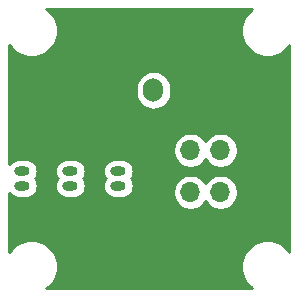
<source format=gbr>
%TF.GenerationSoftware,KiCad,Pcbnew,(5.1.9)-1*%
%TF.CreationDate,2021-10-08T16:07:11+01:00*%
%TF.ProjectId,5-servos-jst,352d7365-7276-46f7-932d-6a73742e6b69,rev?*%
%TF.SameCoordinates,Original*%
%TF.FileFunction,Copper,L2,Bot*%
%TF.FilePolarity,Positive*%
%FSLAX46Y46*%
G04 Gerber Fmt 4.6, Leading zero omitted, Abs format (unit mm)*
G04 Created by KiCad (PCBNEW (5.1.9)-1) date 2021-10-08 16:07:11*
%MOMM*%
%LPD*%
G01*
G04 APERTURE LIST*
%TA.AperFunction,ComponentPad*%
%ADD10O,1.300000X0.800000*%
%TD*%
%TA.AperFunction,ComponentPad*%
%ADD11O,1.700000X1.700000*%
%TD*%
%TA.AperFunction,ComponentPad*%
%ADD12R,1.700000X1.700000*%
%TD*%
%TA.AperFunction,ComponentPad*%
%ADD13O,1.700000X2.000000*%
%TD*%
%TA.AperFunction,ViaPad*%
%ADD14C,0.800000*%
%TD*%
%TA.AperFunction,Conductor*%
%ADD15C,0.254000*%
%TD*%
%TA.AperFunction,Conductor*%
%ADD16C,0.100000*%
%TD*%
G04 APERTURE END LIST*
D10*
%TO.P,J10,3*%
%TO.N,Net-(J1-Pad1)*%
X159258000Y-155154000D03*
%TO.P,J10,2*%
%TO.N,+BATT*%
X159258000Y-153904000D03*
%TO.P,J10,1*%
%TO.N,GND*%
%TA.AperFunction,ComponentPad*%
G36*
G01*
X158808000Y-152254000D02*
X159708000Y-152254000D01*
G75*
G02*
X159908000Y-152454000I0J-200000D01*
G01*
X159908000Y-152854000D01*
G75*
G02*
X159708000Y-153054000I-200000J0D01*
G01*
X158808000Y-153054000D01*
G75*
G02*
X158608000Y-152854000I0J200000D01*
G01*
X158608000Y-152454000D01*
G75*
G02*
X158808000Y-152254000I200000J0D01*
G01*
G37*
%TD.AperFunction*%
%TD*%
%TO.P,J5,3*%
%TO.N,Net-(J1-Pad3)*%
X163322000Y-155154000D03*
%TO.P,J5,2*%
%TO.N,+BATT*%
X163322000Y-153904000D03*
%TO.P,J5,1*%
%TO.N,GND*%
%TA.AperFunction,ComponentPad*%
G36*
G01*
X162872000Y-152254000D02*
X163772000Y-152254000D01*
G75*
G02*
X163972000Y-152454000I0J-200000D01*
G01*
X163972000Y-152854000D01*
G75*
G02*
X163772000Y-153054000I-200000J0D01*
G01*
X162872000Y-153054000D01*
G75*
G02*
X162672000Y-152854000I0J200000D01*
G01*
X162672000Y-152454000D01*
G75*
G02*
X162872000Y-152254000I200000J0D01*
G01*
G37*
%TD.AperFunction*%
%TD*%
D11*
%TO.P,J3,3*%
%TO.N,Net-(J1-Pad5)*%
X173482000Y-152146000D03*
%TO.P,J3,2*%
%TO.N,+BATT*%
X176022000Y-152146000D03*
D12*
%TO.P,J3,1*%
%TO.N,GND*%
X178562000Y-152146000D03*
%TD*%
D11*
%TO.P,J2,3*%
%TO.N,Net-(J1-Pad6)*%
X173482000Y-155702000D03*
%TO.P,J2,2*%
%TO.N,+BATT*%
X176022000Y-155702000D03*
D12*
%TO.P,J2,1*%
%TO.N,GND*%
X178562000Y-155702000D03*
%TD*%
D10*
%TO.P,J4,3*%
%TO.N,Net-(J1-Pad4)*%
X167386000Y-155154000D03*
%TO.P,J4,2*%
%TO.N,+BATT*%
X167386000Y-153904000D03*
%TO.P,J4,1*%
%TO.N,GND*%
%TA.AperFunction,ComponentPad*%
G36*
G01*
X166936000Y-152254000D02*
X167836000Y-152254000D01*
G75*
G02*
X168036000Y-152454000I0J-200000D01*
G01*
X168036000Y-152854000D01*
G75*
G02*
X167836000Y-153054000I-200000J0D01*
G01*
X166936000Y-153054000D01*
G75*
G02*
X166736000Y-152854000I0J200000D01*
G01*
X166736000Y-152454000D01*
G75*
G02*
X166936000Y-152254000I200000J0D01*
G01*
G37*
%TD.AperFunction*%
%TD*%
D13*
%TO.P,J6,2*%
%TO.N,+BATT*%
X170347000Y-147066000D03*
%TO.P,J6,1*%
%TO.N,GND*%
%TA.AperFunction,ComponentPad*%
G36*
G01*
X173697000Y-146316000D02*
X173697000Y-147816000D01*
G75*
G02*
X173447000Y-148066000I-250000J0D01*
G01*
X172247000Y-148066000D01*
G75*
G02*
X171997000Y-147816000I0J250000D01*
G01*
X171997000Y-146316000D01*
G75*
G02*
X172247000Y-146066000I250000J0D01*
G01*
X173447000Y-146066000D01*
G75*
G02*
X173697000Y-146316000I0J-250000D01*
G01*
G37*
%TD.AperFunction*%
%TD*%
D14*
%TO.N,GND*%
X177038000Y-158877000D03*
%TD*%
D15*
%TO.N,GND*%
X178575271Y-140263962D02*
X178263962Y-140575271D01*
X178019369Y-140941331D01*
X177850890Y-141348075D01*
X177765000Y-141779872D01*
X177765000Y-142220128D01*
X177850890Y-142651925D01*
X178019369Y-143058669D01*
X178263962Y-143424729D01*
X178575271Y-143736038D01*
X178941331Y-143980631D01*
X179348075Y-144149110D01*
X179779872Y-144235000D01*
X180220128Y-144235000D01*
X180651925Y-144149110D01*
X181058669Y-143980631D01*
X181424729Y-143736038D01*
X181736038Y-143424729D01*
X181840000Y-143269138D01*
X181840001Y-160730863D01*
X181736038Y-160575271D01*
X181424729Y-160263962D01*
X181058669Y-160019369D01*
X180651925Y-159850890D01*
X180220128Y-159765000D01*
X179779872Y-159765000D01*
X179348075Y-159850890D01*
X178941331Y-160019369D01*
X178575271Y-160263962D01*
X178263962Y-160575271D01*
X178019369Y-160941331D01*
X177850890Y-161348075D01*
X177765000Y-161779872D01*
X177765000Y-162220128D01*
X177850890Y-162651925D01*
X178019369Y-163058669D01*
X178263962Y-163424729D01*
X178575271Y-163736038D01*
X178730861Y-163840000D01*
X161269139Y-163840000D01*
X161424729Y-163736038D01*
X161736038Y-163424729D01*
X161980631Y-163058669D01*
X162149110Y-162651925D01*
X162235000Y-162220128D01*
X162235000Y-161779872D01*
X162149110Y-161348075D01*
X161980631Y-160941331D01*
X161736038Y-160575271D01*
X161424729Y-160263962D01*
X161058669Y-160019369D01*
X160651925Y-159850890D01*
X160220128Y-159765000D01*
X159779872Y-159765000D01*
X159348075Y-159850890D01*
X158941331Y-160019369D01*
X158575271Y-160263962D01*
X158263962Y-160575271D01*
X158160000Y-160730861D01*
X158160000Y-155752187D01*
X158272604Y-155889396D01*
X158430203Y-156018734D01*
X158610007Y-156114841D01*
X158805105Y-156174024D01*
X158957162Y-156189000D01*
X159558838Y-156189000D01*
X159710895Y-156174024D01*
X159905993Y-156114841D01*
X160085797Y-156018734D01*
X160243396Y-155889396D01*
X160372734Y-155731797D01*
X160468841Y-155551993D01*
X160528024Y-155356895D01*
X160548007Y-155154000D01*
X160528024Y-154951105D01*
X160468841Y-154756007D01*
X160372734Y-154576203D01*
X160333996Y-154529000D01*
X160372734Y-154481797D01*
X160468841Y-154301993D01*
X160528024Y-154106895D01*
X160548007Y-153904000D01*
X162031993Y-153904000D01*
X162051976Y-154106895D01*
X162111159Y-154301993D01*
X162207266Y-154481797D01*
X162246004Y-154529000D01*
X162207266Y-154576203D01*
X162111159Y-154756007D01*
X162051976Y-154951105D01*
X162031993Y-155154000D01*
X162051976Y-155356895D01*
X162111159Y-155551993D01*
X162207266Y-155731797D01*
X162336604Y-155889396D01*
X162494203Y-156018734D01*
X162674007Y-156114841D01*
X162869105Y-156174024D01*
X163021162Y-156189000D01*
X163622838Y-156189000D01*
X163774895Y-156174024D01*
X163969993Y-156114841D01*
X164149797Y-156018734D01*
X164307396Y-155889396D01*
X164436734Y-155731797D01*
X164532841Y-155551993D01*
X164592024Y-155356895D01*
X164612007Y-155154000D01*
X164592024Y-154951105D01*
X164532841Y-154756007D01*
X164436734Y-154576203D01*
X164397996Y-154529000D01*
X164436734Y-154481797D01*
X164532841Y-154301993D01*
X164592024Y-154106895D01*
X164612007Y-153904000D01*
X166095993Y-153904000D01*
X166115976Y-154106895D01*
X166175159Y-154301993D01*
X166271266Y-154481797D01*
X166310004Y-154529000D01*
X166271266Y-154576203D01*
X166175159Y-154756007D01*
X166115976Y-154951105D01*
X166095993Y-155154000D01*
X166115976Y-155356895D01*
X166175159Y-155551993D01*
X166271266Y-155731797D01*
X166400604Y-155889396D01*
X166558203Y-156018734D01*
X166738007Y-156114841D01*
X166933105Y-156174024D01*
X167085162Y-156189000D01*
X167686838Y-156189000D01*
X167838895Y-156174024D01*
X168033993Y-156114841D01*
X168213797Y-156018734D01*
X168371396Y-155889396D01*
X168500734Y-155731797D01*
X168594838Y-155555740D01*
X171997000Y-155555740D01*
X171997000Y-155848260D01*
X172054068Y-156135158D01*
X172166010Y-156405411D01*
X172328525Y-156648632D01*
X172535368Y-156855475D01*
X172778589Y-157017990D01*
X173048842Y-157129932D01*
X173335740Y-157187000D01*
X173628260Y-157187000D01*
X173915158Y-157129932D01*
X174185411Y-157017990D01*
X174428632Y-156855475D01*
X174635475Y-156648632D01*
X174752000Y-156474240D01*
X174868525Y-156648632D01*
X175075368Y-156855475D01*
X175318589Y-157017990D01*
X175588842Y-157129932D01*
X175875740Y-157187000D01*
X176168260Y-157187000D01*
X176455158Y-157129932D01*
X176725411Y-157017990D01*
X176968632Y-156855475D01*
X177175475Y-156648632D01*
X177337990Y-156405411D01*
X177449932Y-156135158D01*
X177507000Y-155848260D01*
X177507000Y-155555740D01*
X177449932Y-155268842D01*
X177337990Y-154998589D01*
X177175475Y-154755368D01*
X176968632Y-154548525D01*
X176725411Y-154386010D01*
X176455158Y-154274068D01*
X176168260Y-154217000D01*
X175875740Y-154217000D01*
X175588842Y-154274068D01*
X175318589Y-154386010D01*
X175075368Y-154548525D01*
X174868525Y-154755368D01*
X174752000Y-154929760D01*
X174635475Y-154755368D01*
X174428632Y-154548525D01*
X174185411Y-154386010D01*
X173915158Y-154274068D01*
X173628260Y-154217000D01*
X173335740Y-154217000D01*
X173048842Y-154274068D01*
X172778589Y-154386010D01*
X172535368Y-154548525D01*
X172328525Y-154755368D01*
X172166010Y-154998589D01*
X172054068Y-155268842D01*
X171997000Y-155555740D01*
X168594838Y-155555740D01*
X168596841Y-155551993D01*
X168656024Y-155356895D01*
X168676007Y-155154000D01*
X168656024Y-154951105D01*
X168596841Y-154756007D01*
X168500734Y-154576203D01*
X168461996Y-154529000D01*
X168500734Y-154481797D01*
X168596841Y-154301993D01*
X168656024Y-154106895D01*
X168676007Y-153904000D01*
X168656024Y-153701105D01*
X168596841Y-153506007D01*
X168500734Y-153326203D01*
X168371396Y-153168604D01*
X168213797Y-153039266D01*
X168033993Y-152943159D01*
X167838895Y-152883976D01*
X167686838Y-152869000D01*
X167085162Y-152869000D01*
X166933105Y-152883976D01*
X166738007Y-152943159D01*
X166558203Y-153039266D01*
X166400604Y-153168604D01*
X166271266Y-153326203D01*
X166175159Y-153506007D01*
X166115976Y-153701105D01*
X166095993Y-153904000D01*
X164612007Y-153904000D01*
X164592024Y-153701105D01*
X164532841Y-153506007D01*
X164436734Y-153326203D01*
X164307396Y-153168604D01*
X164149797Y-153039266D01*
X163969993Y-152943159D01*
X163774895Y-152883976D01*
X163622838Y-152869000D01*
X163021162Y-152869000D01*
X162869105Y-152883976D01*
X162674007Y-152943159D01*
X162494203Y-153039266D01*
X162336604Y-153168604D01*
X162207266Y-153326203D01*
X162111159Y-153506007D01*
X162051976Y-153701105D01*
X162031993Y-153904000D01*
X160548007Y-153904000D01*
X160528024Y-153701105D01*
X160468841Y-153506007D01*
X160372734Y-153326203D01*
X160243396Y-153168604D01*
X160085797Y-153039266D01*
X159905993Y-152943159D01*
X159710895Y-152883976D01*
X159558838Y-152869000D01*
X158957162Y-152869000D01*
X158805105Y-152883976D01*
X158610007Y-152943159D01*
X158430203Y-153039266D01*
X158272604Y-153168604D01*
X158160000Y-153305813D01*
X158160000Y-151999740D01*
X171997000Y-151999740D01*
X171997000Y-152292260D01*
X172054068Y-152579158D01*
X172166010Y-152849411D01*
X172328525Y-153092632D01*
X172535368Y-153299475D01*
X172778589Y-153461990D01*
X173048842Y-153573932D01*
X173335740Y-153631000D01*
X173628260Y-153631000D01*
X173915158Y-153573932D01*
X174185411Y-153461990D01*
X174428632Y-153299475D01*
X174635475Y-153092632D01*
X174752000Y-152918240D01*
X174868525Y-153092632D01*
X175075368Y-153299475D01*
X175318589Y-153461990D01*
X175588842Y-153573932D01*
X175875740Y-153631000D01*
X176168260Y-153631000D01*
X176455158Y-153573932D01*
X176725411Y-153461990D01*
X176968632Y-153299475D01*
X177175475Y-153092632D01*
X177337990Y-152849411D01*
X177449932Y-152579158D01*
X177507000Y-152292260D01*
X177507000Y-151999740D01*
X177449932Y-151712842D01*
X177337990Y-151442589D01*
X177175475Y-151199368D01*
X176968632Y-150992525D01*
X176725411Y-150830010D01*
X176455158Y-150718068D01*
X176168260Y-150661000D01*
X175875740Y-150661000D01*
X175588842Y-150718068D01*
X175318589Y-150830010D01*
X175075368Y-150992525D01*
X174868525Y-151199368D01*
X174752000Y-151373760D01*
X174635475Y-151199368D01*
X174428632Y-150992525D01*
X174185411Y-150830010D01*
X173915158Y-150718068D01*
X173628260Y-150661000D01*
X173335740Y-150661000D01*
X173048842Y-150718068D01*
X172778589Y-150830010D01*
X172535368Y-150992525D01*
X172328525Y-151199368D01*
X172166010Y-151442589D01*
X172054068Y-151712842D01*
X171997000Y-151999740D01*
X158160000Y-151999740D01*
X158160000Y-146843050D01*
X168862000Y-146843050D01*
X168862000Y-147288949D01*
X168883487Y-147507110D01*
X168968401Y-147787033D01*
X169106294Y-148045013D01*
X169291866Y-148271134D01*
X169517986Y-148456706D01*
X169775966Y-148594599D01*
X170055889Y-148679513D01*
X170347000Y-148708185D01*
X170638110Y-148679513D01*
X170918033Y-148594599D01*
X171176013Y-148456706D01*
X171402134Y-148271134D01*
X171587706Y-148045014D01*
X171725599Y-147787034D01*
X171810513Y-147507111D01*
X171832000Y-147288950D01*
X171832000Y-146843051D01*
X171810513Y-146624890D01*
X171725599Y-146344967D01*
X171587706Y-146086986D01*
X171402134Y-145860866D01*
X171176014Y-145675294D01*
X170918034Y-145537401D01*
X170638111Y-145452487D01*
X170347000Y-145423815D01*
X170055890Y-145452487D01*
X169775967Y-145537401D01*
X169517987Y-145675294D01*
X169291866Y-145860866D01*
X169106294Y-146086986D01*
X168968401Y-146344966D01*
X168883487Y-146624889D01*
X168862000Y-146843050D01*
X158160000Y-146843050D01*
X158160000Y-143269139D01*
X158263962Y-143424729D01*
X158575271Y-143736038D01*
X158941331Y-143980631D01*
X159348075Y-144149110D01*
X159779872Y-144235000D01*
X160220128Y-144235000D01*
X160651925Y-144149110D01*
X161058669Y-143980631D01*
X161424729Y-143736038D01*
X161736038Y-143424729D01*
X161980631Y-143058669D01*
X162149110Y-142651925D01*
X162235000Y-142220128D01*
X162235000Y-141779872D01*
X162149110Y-141348075D01*
X161980631Y-140941331D01*
X161736038Y-140575271D01*
X161424729Y-140263962D01*
X161269139Y-140160000D01*
X178730861Y-140160000D01*
X178575271Y-140263962D01*
%TA.AperFunction,Conductor*%
D16*
G36*
X178575271Y-140263962D02*
G01*
X178263962Y-140575271D01*
X178019369Y-140941331D01*
X177850890Y-141348075D01*
X177765000Y-141779872D01*
X177765000Y-142220128D01*
X177850890Y-142651925D01*
X178019369Y-143058669D01*
X178263962Y-143424729D01*
X178575271Y-143736038D01*
X178941331Y-143980631D01*
X179348075Y-144149110D01*
X179779872Y-144235000D01*
X180220128Y-144235000D01*
X180651925Y-144149110D01*
X181058669Y-143980631D01*
X181424729Y-143736038D01*
X181736038Y-143424729D01*
X181840000Y-143269138D01*
X181840001Y-160730863D01*
X181736038Y-160575271D01*
X181424729Y-160263962D01*
X181058669Y-160019369D01*
X180651925Y-159850890D01*
X180220128Y-159765000D01*
X179779872Y-159765000D01*
X179348075Y-159850890D01*
X178941331Y-160019369D01*
X178575271Y-160263962D01*
X178263962Y-160575271D01*
X178019369Y-160941331D01*
X177850890Y-161348075D01*
X177765000Y-161779872D01*
X177765000Y-162220128D01*
X177850890Y-162651925D01*
X178019369Y-163058669D01*
X178263962Y-163424729D01*
X178575271Y-163736038D01*
X178730861Y-163840000D01*
X161269139Y-163840000D01*
X161424729Y-163736038D01*
X161736038Y-163424729D01*
X161980631Y-163058669D01*
X162149110Y-162651925D01*
X162235000Y-162220128D01*
X162235000Y-161779872D01*
X162149110Y-161348075D01*
X161980631Y-160941331D01*
X161736038Y-160575271D01*
X161424729Y-160263962D01*
X161058669Y-160019369D01*
X160651925Y-159850890D01*
X160220128Y-159765000D01*
X159779872Y-159765000D01*
X159348075Y-159850890D01*
X158941331Y-160019369D01*
X158575271Y-160263962D01*
X158263962Y-160575271D01*
X158160000Y-160730861D01*
X158160000Y-155752187D01*
X158272604Y-155889396D01*
X158430203Y-156018734D01*
X158610007Y-156114841D01*
X158805105Y-156174024D01*
X158957162Y-156189000D01*
X159558838Y-156189000D01*
X159710895Y-156174024D01*
X159905993Y-156114841D01*
X160085797Y-156018734D01*
X160243396Y-155889396D01*
X160372734Y-155731797D01*
X160468841Y-155551993D01*
X160528024Y-155356895D01*
X160548007Y-155154000D01*
X160528024Y-154951105D01*
X160468841Y-154756007D01*
X160372734Y-154576203D01*
X160333996Y-154529000D01*
X160372734Y-154481797D01*
X160468841Y-154301993D01*
X160528024Y-154106895D01*
X160548007Y-153904000D01*
X162031993Y-153904000D01*
X162051976Y-154106895D01*
X162111159Y-154301993D01*
X162207266Y-154481797D01*
X162246004Y-154529000D01*
X162207266Y-154576203D01*
X162111159Y-154756007D01*
X162051976Y-154951105D01*
X162031993Y-155154000D01*
X162051976Y-155356895D01*
X162111159Y-155551993D01*
X162207266Y-155731797D01*
X162336604Y-155889396D01*
X162494203Y-156018734D01*
X162674007Y-156114841D01*
X162869105Y-156174024D01*
X163021162Y-156189000D01*
X163622838Y-156189000D01*
X163774895Y-156174024D01*
X163969993Y-156114841D01*
X164149797Y-156018734D01*
X164307396Y-155889396D01*
X164436734Y-155731797D01*
X164532841Y-155551993D01*
X164592024Y-155356895D01*
X164612007Y-155154000D01*
X164592024Y-154951105D01*
X164532841Y-154756007D01*
X164436734Y-154576203D01*
X164397996Y-154529000D01*
X164436734Y-154481797D01*
X164532841Y-154301993D01*
X164592024Y-154106895D01*
X164612007Y-153904000D01*
X166095993Y-153904000D01*
X166115976Y-154106895D01*
X166175159Y-154301993D01*
X166271266Y-154481797D01*
X166310004Y-154529000D01*
X166271266Y-154576203D01*
X166175159Y-154756007D01*
X166115976Y-154951105D01*
X166095993Y-155154000D01*
X166115976Y-155356895D01*
X166175159Y-155551993D01*
X166271266Y-155731797D01*
X166400604Y-155889396D01*
X166558203Y-156018734D01*
X166738007Y-156114841D01*
X166933105Y-156174024D01*
X167085162Y-156189000D01*
X167686838Y-156189000D01*
X167838895Y-156174024D01*
X168033993Y-156114841D01*
X168213797Y-156018734D01*
X168371396Y-155889396D01*
X168500734Y-155731797D01*
X168594838Y-155555740D01*
X171997000Y-155555740D01*
X171997000Y-155848260D01*
X172054068Y-156135158D01*
X172166010Y-156405411D01*
X172328525Y-156648632D01*
X172535368Y-156855475D01*
X172778589Y-157017990D01*
X173048842Y-157129932D01*
X173335740Y-157187000D01*
X173628260Y-157187000D01*
X173915158Y-157129932D01*
X174185411Y-157017990D01*
X174428632Y-156855475D01*
X174635475Y-156648632D01*
X174752000Y-156474240D01*
X174868525Y-156648632D01*
X175075368Y-156855475D01*
X175318589Y-157017990D01*
X175588842Y-157129932D01*
X175875740Y-157187000D01*
X176168260Y-157187000D01*
X176455158Y-157129932D01*
X176725411Y-157017990D01*
X176968632Y-156855475D01*
X177175475Y-156648632D01*
X177337990Y-156405411D01*
X177449932Y-156135158D01*
X177507000Y-155848260D01*
X177507000Y-155555740D01*
X177449932Y-155268842D01*
X177337990Y-154998589D01*
X177175475Y-154755368D01*
X176968632Y-154548525D01*
X176725411Y-154386010D01*
X176455158Y-154274068D01*
X176168260Y-154217000D01*
X175875740Y-154217000D01*
X175588842Y-154274068D01*
X175318589Y-154386010D01*
X175075368Y-154548525D01*
X174868525Y-154755368D01*
X174752000Y-154929760D01*
X174635475Y-154755368D01*
X174428632Y-154548525D01*
X174185411Y-154386010D01*
X173915158Y-154274068D01*
X173628260Y-154217000D01*
X173335740Y-154217000D01*
X173048842Y-154274068D01*
X172778589Y-154386010D01*
X172535368Y-154548525D01*
X172328525Y-154755368D01*
X172166010Y-154998589D01*
X172054068Y-155268842D01*
X171997000Y-155555740D01*
X168594838Y-155555740D01*
X168596841Y-155551993D01*
X168656024Y-155356895D01*
X168676007Y-155154000D01*
X168656024Y-154951105D01*
X168596841Y-154756007D01*
X168500734Y-154576203D01*
X168461996Y-154529000D01*
X168500734Y-154481797D01*
X168596841Y-154301993D01*
X168656024Y-154106895D01*
X168676007Y-153904000D01*
X168656024Y-153701105D01*
X168596841Y-153506007D01*
X168500734Y-153326203D01*
X168371396Y-153168604D01*
X168213797Y-153039266D01*
X168033993Y-152943159D01*
X167838895Y-152883976D01*
X167686838Y-152869000D01*
X167085162Y-152869000D01*
X166933105Y-152883976D01*
X166738007Y-152943159D01*
X166558203Y-153039266D01*
X166400604Y-153168604D01*
X166271266Y-153326203D01*
X166175159Y-153506007D01*
X166115976Y-153701105D01*
X166095993Y-153904000D01*
X164612007Y-153904000D01*
X164592024Y-153701105D01*
X164532841Y-153506007D01*
X164436734Y-153326203D01*
X164307396Y-153168604D01*
X164149797Y-153039266D01*
X163969993Y-152943159D01*
X163774895Y-152883976D01*
X163622838Y-152869000D01*
X163021162Y-152869000D01*
X162869105Y-152883976D01*
X162674007Y-152943159D01*
X162494203Y-153039266D01*
X162336604Y-153168604D01*
X162207266Y-153326203D01*
X162111159Y-153506007D01*
X162051976Y-153701105D01*
X162031993Y-153904000D01*
X160548007Y-153904000D01*
X160528024Y-153701105D01*
X160468841Y-153506007D01*
X160372734Y-153326203D01*
X160243396Y-153168604D01*
X160085797Y-153039266D01*
X159905993Y-152943159D01*
X159710895Y-152883976D01*
X159558838Y-152869000D01*
X158957162Y-152869000D01*
X158805105Y-152883976D01*
X158610007Y-152943159D01*
X158430203Y-153039266D01*
X158272604Y-153168604D01*
X158160000Y-153305813D01*
X158160000Y-151999740D01*
X171997000Y-151999740D01*
X171997000Y-152292260D01*
X172054068Y-152579158D01*
X172166010Y-152849411D01*
X172328525Y-153092632D01*
X172535368Y-153299475D01*
X172778589Y-153461990D01*
X173048842Y-153573932D01*
X173335740Y-153631000D01*
X173628260Y-153631000D01*
X173915158Y-153573932D01*
X174185411Y-153461990D01*
X174428632Y-153299475D01*
X174635475Y-153092632D01*
X174752000Y-152918240D01*
X174868525Y-153092632D01*
X175075368Y-153299475D01*
X175318589Y-153461990D01*
X175588842Y-153573932D01*
X175875740Y-153631000D01*
X176168260Y-153631000D01*
X176455158Y-153573932D01*
X176725411Y-153461990D01*
X176968632Y-153299475D01*
X177175475Y-153092632D01*
X177337990Y-152849411D01*
X177449932Y-152579158D01*
X177507000Y-152292260D01*
X177507000Y-151999740D01*
X177449932Y-151712842D01*
X177337990Y-151442589D01*
X177175475Y-151199368D01*
X176968632Y-150992525D01*
X176725411Y-150830010D01*
X176455158Y-150718068D01*
X176168260Y-150661000D01*
X175875740Y-150661000D01*
X175588842Y-150718068D01*
X175318589Y-150830010D01*
X175075368Y-150992525D01*
X174868525Y-151199368D01*
X174752000Y-151373760D01*
X174635475Y-151199368D01*
X174428632Y-150992525D01*
X174185411Y-150830010D01*
X173915158Y-150718068D01*
X173628260Y-150661000D01*
X173335740Y-150661000D01*
X173048842Y-150718068D01*
X172778589Y-150830010D01*
X172535368Y-150992525D01*
X172328525Y-151199368D01*
X172166010Y-151442589D01*
X172054068Y-151712842D01*
X171997000Y-151999740D01*
X158160000Y-151999740D01*
X158160000Y-146843050D01*
X168862000Y-146843050D01*
X168862000Y-147288949D01*
X168883487Y-147507110D01*
X168968401Y-147787033D01*
X169106294Y-148045013D01*
X169291866Y-148271134D01*
X169517986Y-148456706D01*
X169775966Y-148594599D01*
X170055889Y-148679513D01*
X170347000Y-148708185D01*
X170638110Y-148679513D01*
X170918033Y-148594599D01*
X171176013Y-148456706D01*
X171402134Y-148271134D01*
X171587706Y-148045014D01*
X171725599Y-147787034D01*
X171810513Y-147507111D01*
X171832000Y-147288950D01*
X171832000Y-146843051D01*
X171810513Y-146624890D01*
X171725599Y-146344967D01*
X171587706Y-146086986D01*
X171402134Y-145860866D01*
X171176014Y-145675294D01*
X170918034Y-145537401D01*
X170638111Y-145452487D01*
X170347000Y-145423815D01*
X170055890Y-145452487D01*
X169775967Y-145537401D01*
X169517987Y-145675294D01*
X169291866Y-145860866D01*
X169106294Y-146086986D01*
X168968401Y-146344966D01*
X168883487Y-146624889D01*
X168862000Y-146843050D01*
X158160000Y-146843050D01*
X158160000Y-143269139D01*
X158263962Y-143424729D01*
X158575271Y-143736038D01*
X158941331Y-143980631D01*
X159348075Y-144149110D01*
X159779872Y-144235000D01*
X160220128Y-144235000D01*
X160651925Y-144149110D01*
X161058669Y-143980631D01*
X161424729Y-143736038D01*
X161736038Y-143424729D01*
X161980631Y-143058669D01*
X162149110Y-142651925D01*
X162235000Y-142220128D01*
X162235000Y-141779872D01*
X162149110Y-141348075D01*
X161980631Y-140941331D01*
X161736038Y-140575271D01*
X161424729Y-140263962D01*
X161269139Y-140160000D01*
X178730861Y-140160000D01*
X178575271Y-140263962D01*
G37*
%TD.AperFunction*%
%TD*%
M02*

</source>
